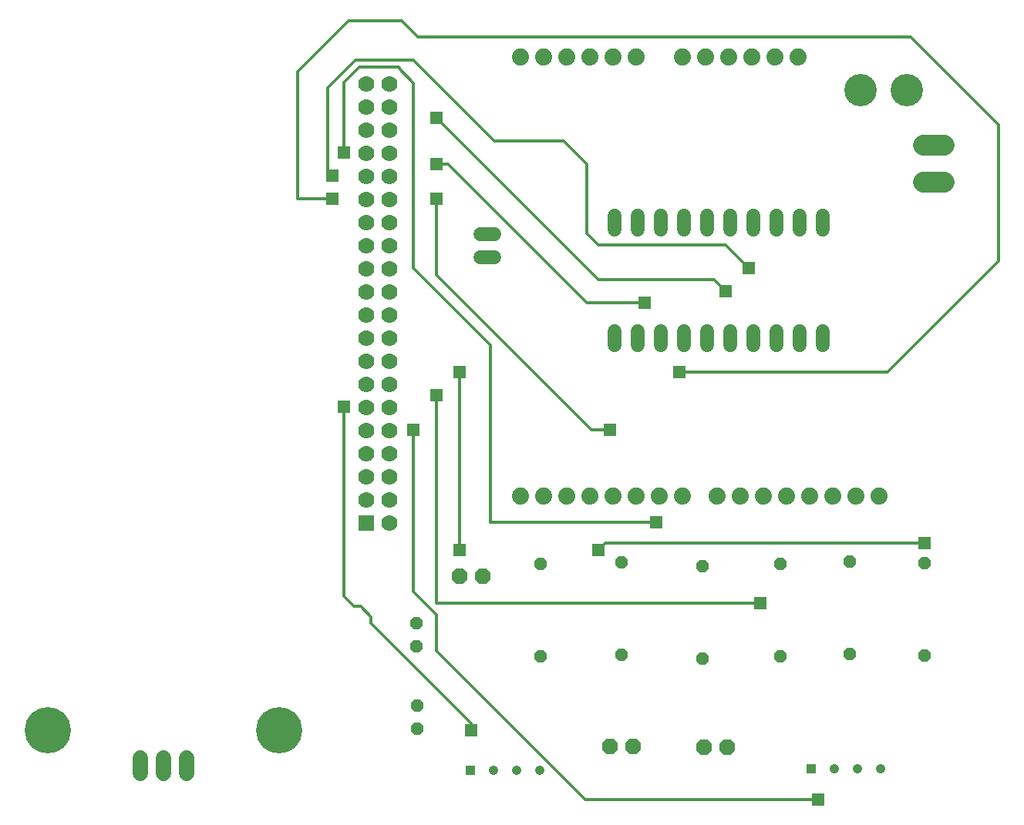
<source format=gbr>
G04 EAGLE Gerber RS-274X export*
G75*
%MOMM*%
%FSLAX34Y34*%
%LPD*%
%INTop Copper*%
%IPPOS*%
%AMOC8*
5,1,8,0,0,1.08239X$1,22.5*%
G01*
%ADD10P,1.429621X8X292.500000*%
%ADD11P,1.429621X8X112.500000*%
%ADD12C,1.524000*%
%ADD13C,3.556000*%
%ADD14P,1.855758X8X22.500000*%
%ADD15R,1.778000X1.778000*%
%ADD16C,1.778000*%
%ADD17R,1.058000X1.058000*%
%ADD18C,1.058000*%
%ADD19C,1.879600*%
%ADD20C,5.080000*%
%ADD21C,2.247900*%
%ADD22C,1.676400*%
%ADD23R,1.350000X1.350000*%
%ADD24C,0.304800*%


D10*
X562102Y270002D03*
X562102Y244602D03*
D11*
X562610Y153670D03*
X562610Y179070D03*
D12*
X631865Y671576D02*
X647105Y671576D01*
X647105Y696976D02*
X631865Y696976D01*
D13*
X1049528Y855472D03*
X1100328Y855472D03*
D14*
X877824Y133350D03*
X903224Y133350D03*
X774446Y134366D03*
X799846Y134366D03*
D15*
X506966Y380118D03*
D16*
X532366Y380118D03*
X506966Y405518D03*
X532366Y405518D03*
X506966Y430918D03*
X532366Y430918D03*
X506966Y456318D03*
X532366Y456318D03*
X506966Y481718D03*
X532366Y481718D03*
X506966Y507118D03*
X532366Y507118D03*
X506966Y532518D03*
X532366Y532518D03*
X506966Y557918D03*
X532366Y557918D03*
X506966Y583318D03*
X532366Y583318D03*
X506966Y608718D03*
X532366Y608718D03*
X506966Y634118D03*
X532366Y634118D03*
X506966Y659518D03*
X532366Y659518D03*
X506966Y684918D03*
X532366Y684918D03*
X506966Y710318D03*
X532366Y710318D03*
X506966Y735718D03*
X532366Y735718D03*
X506966Y761118D03*
X532366Y761118D03*
X506966Y786518D03*
X532366Y786518D03*
X506966Y811918D03*
X532366Y811918D03*
X506966Y837318D03*
X532366Y837318D03*
X506966Y862718D03*
X532366Y862718D03*
D10*
X1037590Y337566D03*
X1037590Y235966D03*
X698246Y335026D03*
X698246Y233426D03*
X961898Y334772D03*
X961898Y233172D03*
X875792Y332740D03*
X875792Y231140D03*
X787146Y336550D03*
X787146Y234950D03*
D12*
X779526Y575310D02*
X779526Y590550D01*
X804926Y590550D02*
X804926Y575310D01*
X830326Y575310D02*
X830326Y590550D01*
X855726Y590550D02*
X855726Y575310D01*
X881126Y575310D02*
X881126Y590550D01*
X906526Y590550D02*
X906526Y575310D01*
X931926Y575310D02*
X931926Y590550D01*
X957326Y590550D02*
X957326Y575310D01*
X982726Y575310D02*
X982726Y590550D01*
X1008126Y590550D02*
X1008126Y575310D01*
X1008126Y702310D02*
X1008126Y717550D01*
X982726Y717550D02*
X982726Y702310D01*
X957326Y702310D02*
X957326Y717550D01*
X931926Y717550D02*
X931926Y702310D01*
X906526Y702310D02*
X906526Y717550D01*
X881126Y717550D02*
X881126Y702310D01*
X855726Y702310D02*
X855726Y717550D01*
X830326Y717550D02*
X830326Y702310D01*
X804926Y702310D02*
X804926Y717550D01*
X779526Y717550D02*
X779526Y702310D01*
D17*
X995680Y109982D03*
D18*
X1021080Y109982D03*
X1046480Y109982D03*
X1071880Y109982D03*
D17*
X621030Y107696D03*
D18*
X646430Y107696D03*
X671830Y107696D03*
X697230Y107696D03*
D19*
X981456Y891794D03*
X956056Y891794D03*
X930656Y891794D03*
X905256Y891794D03*
X879856Y891794D03*
X854456Y891794D03*
X803656Y891794D03*
X778256Y891794D03*
X752856Y891794D03*
X727456Y891794D03*
X702056Y891794D03*
X676656Y891794D03*
X676656Y409194D03*
X702056Y409194D03*
X727456Y409194D03*
X752856Y409194D03*
X778256Y409194D03*
X803656Y409194D03*
X829056Y409194D03*
X854456Y409194D03*
X892556Y409194D03*
X917956Y409194D03*
X943356Y409194D03*
X968756Y409194D03*
X994156Y409194D03*
X1019556Y409194D03*
X1044956Y409194D03*
X1070356Y409194D03*
D20*
X156972Y152400D03*
X410972Y152400D03*
D14*
X609600Y321564D03*
X635000Y321564D03*
D11*
X1119886Y233934D03*
X1119886Y335534D03*
D21*
X1118299Y795528D02*
X1140778Y795528D01*
X1140778Y754888D02*
X1118299Y754888D01*
D22*
X259080Y121412D02*
X259080Y104648D01*
X284480Y104648D02*
X284480Y121412D01*
X309880Y121412D02*
X309880Y104648D01*
D23*
X584200Y774700D03*
D24*
X596900Y774700D01*
X749300Y622300D01*
X812800Y622300D01*
D23*
X812800Y622300D03*
X584200Y825500D03*
D24*
X762000Y647700D01*
X889000Y647700D01*
X901700Y635000D01*
D23*
X901700Y635000D03*
X469900Y736600D03*
D24*
X431800Y736600D01*
X431800Y876300D01*
X546098Y931692D02*
X563390Y914400D01*
X487192Y931692D02*
X431800Y876300D01*
X487192Y931692D02*
X546098Y931692D01*
X1104900Y914400D02*
X1201420Y817880D01*
X1201420Y668020D01*
X1079500Y546100D01*
X850900Y546100D01*
X1104900Y914400D02*
X563390Y914400D01*
D23*
X850900Y546100D03*
X469900Y762000D03*
D24*
X464246Y767654D02*
X464246Y857946D01*
X464246Y767654D02*
X469900Y762000D01*
X464246Y857946D02*
X495300Y889000D01*
X558800Y889000D01*
X647700Y800100D01*
X723900Y800100D01*
X749300Y774700D01*
X749300Y698500D01*
X762000Y685800D01*
X901700Y685800D01*
X927100Y660400D01*
D23*
X927100Y660400D03*
X584200Y736600D03*
D24*
X584200Y652780D01*
X754380Y482600D01*
X774700Y482600D01*
D23*
X774700Y482600D03*
X482600Y787400D03*
D24*
X543123Y880110D02*
X542561Y880672D01*
X542290Y880110D02*
X543123Y880110D01*
X542561Y880672D02*
X499311Y880672D01*
X482600Y863961D02*
X482600Y787400D01*
X482600Y863961D02*
X499311Y880672D01*
X542290Y880110D02*
X558800Y863600D01*
X558800Y660400D01*
X643636Y575564D01*
X643636Y381000D01*
X825500Y381000D01*
D23*
X825500Y381000D03*
D24*
X584200Y292100D02*
X584200Y520700D01*
X584200Y292100D02*
X939800Y292100D01*
D23*
X584200Y520700D03*
X939800Y292100D03*
D24*
X558800Y304800D02*
X558800Y482600D01*
X558800Y304800D02*
X584200Y279400D01*
X584200Y239346D01*
X747346Y76200D02*
X1003300Y76200D01*
X747346Y76200D02*
X584200Y239346D01*
D23*
X558800Y482600D03*
X1003300Y76200D03*
D24*
X482600Y298958D02*
X482600Y508000D01*
X512191Y269367D02*
X622300Y159258D01*
X622300Y152400D01*
D23*
X482600Y508000D03*
X622300Y152400D03*
D24*
X493522Y288036D02*
X482600Y298958D01*
X512191Y276479D02*
X512191Y269367D01*
X500634Y288036D02*
X493522Y288036D01*
X500634Y288036D02*
X512191Y276479D01*
D23*
X609600Y546100D03*
D24*
X609600Y350520D01*
D23*
X609600Y350520D03*
X1120140Y358140D03*
D24*
X769620Y358140D01*
X762000Y350520D01*
D23*
X762000Y350520D03*
M02*

</source>
